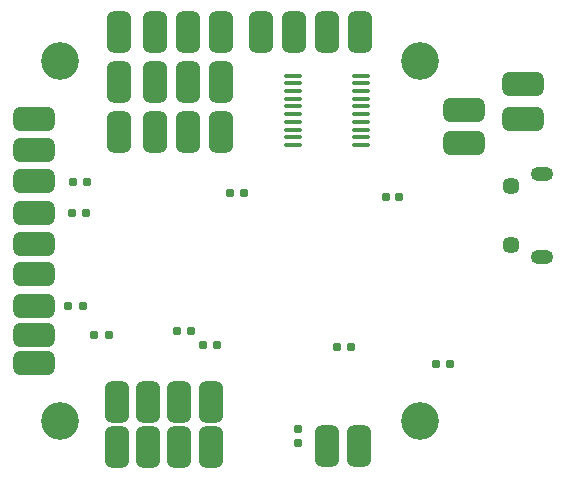
<source format=gbr>
%TF.GenerationSoftware,KiCad,Pcbnew,(6.0.1)*%
%TF.CreationDate,2022-08-29T10:58:40+03:00*%
%TF.ProjectId,flight controller,666c6967-6874-4206-936f-6e74726f6c6c,rev?*%
%TF.SameCoordinates,Original*%
%TF.FileFunction,Soldermask,Bot*%
%TF.FilePolarity,Negative*%
%FSLAX46Y46*%
G04 Gerber Fmt 4.6, Leading zero omitted, Abs format (unit mm)*
G04 Created by KiCad (PCBNEW (6.0.1)) date 2022-08-29 10:58:40*
%MOMM*%
%LPD*%
G01*
G04 APERTURE LIST*
G04 Aperture macros list*
%AMRoundRect*
0 Rectangle with rounded corners*
0 $1 Rounding radius*
0 $2 $3 $4 $5 $6 $7 $8 $9 X,Y pos of 4 corners*
0 Add a 4 corners polygon primitive as box body*
4,1,4,$2,$3,$4,$5,$6,$7,$8,$9,$2,$3,0*
0 Add four circle primitives for the rounded corners*
1,1,$1+$1,$2,$3*
1,1,$1+$1,$4,$5*
1,1,$1+$1,$6,$7*
1,1,$1+$1,$8,$9*
0 Add four rect primitives between the rounded corners*
20,1,$1+$1,$2,$3,$4,$5,0*
20,1,$1+$1,$4,$5,$6,$7,0*
20,1,$1+$1,$6,$7,$8,$9,0*
20,1,$1+$1,$8,$9,$2,$3,0*%
G04 Aperture macros list end*
%ADD10C,3.200000*%
%ADD11O,1.900000X1.200000*%
%ADD12C,1.450000*%
%ADD13RoundRect,0.500000X-0.500000X-1.250000X0.500000X-1.250000X0.500000X1.250000X-0.500000X1.250000X0*%
%ADD14RoundRect,0.160000X0.197500X0.160000X-0.197500X0.160000X-0.197500X-0.160000X0.197500X-0.160000X0*%
%ADD15RoundRect,0.500000X0.500000X1.250000X-0.500000X1.250000X-0.500000X-1.250000X0.500000X-1.250000X0*%
%ADD16RoundRect,0.160000X-0.197500X-0.160000X0.197500X-0.160000X0.197500X0.160000X-0.197500X0.160000X0*%
%ADD17RoundRect,0.500000X1.250000X-0.500000X1.250000X0.500000X-1.250000X0.500000X-1.250000X-0.500000X0*%
%ADD18RoundRect,0.155000X0.212500X0.155000X-0.212500X0.155000X-0.212500X-0.155000X0.212500X-0.155000X0*%
%ADD19RoundRect,0.100000X0.637500X0.100000X-0.637500X0.100000X-0.637500X-0.100000X0.637500X-0.100000X0*%
%ADD20RoundRect,0.500000X-1.250000X0.500000X-1.250000X-0.500000X1.250000X-0.500000X1.250000X0.500000X0*%
%ADD21RoundRect,0.160000X0.160000X-0.197500X0.160000X0.197500X-0.160000X0.197500X-0.160000X-0.197500X0*%
G04 APERTURE END LIST*
D10*
%TO.C,H3*%
X151000000Y-75300000D03*
%TD*%
%TO.C,H2*%
X120500000Y-105800000D03*
%TD*%
%TO.C,H4*%
X120500000Y-75300000D03*
%TD*%
D11*
%TO.C,J1*%
X161337500Y-91900000D03*
D12*
X158637500Y-85900000D03*
D11*
X161337500Y-84900000D03*
D12*
X158637500Y-90900000D03*
%TD*%
D10*
%TO.C,H1*%
X151000000Y-105800000D03*
%TD*%
D13*
%TO.C,Elv2*%
X133300000Y-108000000D03*
%TD*%
%TO.C,Panic*%
X145800000Y-107900000D03*
%TD*%
D14*
%TO.C,R3*%
X133800000Y-99400000D03*
X132605000Y-99400000D03*
%TD*%
D15*
%TO.C,Elv2*%
X134100000Y-72900000D03*
%TD*%
%TO.C,S4*%
X145900000Y-72900000D03*
%TD*%
D16*
%TO.C,R9*%
X121200000Y-96100000D03*
X122395000Y-96100000D03*
%TD*%
D17*
%TO.C,3.3V*%
X159700000Y-77300000D03*
%TD*%
D18*
%TO.C,C12*%
X149200000Y-86800000D03*
X148065000Y-86800000D03*
%TD*%
D15*
%TO.C,S1*%
X137500000Y-72900000D03*
%TD*%
D19*
%TO.C,U4*%
X145962500Y-76575000D03*
X145962500Y-77225000D03*
X145962500Y-77875000D03*
X145962500Y-78525000D03*
X145962500Y-79175000D03*
X145962500Y-79825000D03*
X145962500Y-80475000D03*
X145962500Y-81125000D03*
X145962500Y-81775000D03*
X145962500Y-82425000D03*
X140237500Y-82425000D03*
X140237500Y-81775000D03*
X140237500Y-81125000D03*
X140237500Y-80475000D03*
X140237500Y-79825000D03*
X140237500Y-79175000D03*
X140237500Y-78525000D03*
X140237500Y-77875000D03*
X140237500Y-77225000D03*
X140237500Y-76575000D03*
%TD*%
D15*
%TO.C, *%
X128500000Y-81300000D03*
%TD*%
%TO.C,AilR*%
X128500000Y-72900000D03*
%TD*%
D20*
%TO.C,SCL*%
X118300000Y-88200000D03*
%TD*%
D15*
%TO.C, *%
X133300000Y-104200000D03*
%TD*%
%TO.C,  *%
X125300000Y-104200000D03*
%TD*%
D14*
%TO.C,R6*%
X131600000Y-98200000D03*
X130405000Y-98200000D03*
%TD*%
D18*
%TO.C,C13*%
X145100000Y-99500000D03*
X143965000Y-99500000D03*
%TD*%
D17*
%TO.C,GND*%
X154700000Y-82300000D03*
%TD*%
D14*
%TO.C,R15*%
X136095000Y-86500000D03*
X134900000Y-86500000D03*
%TD*%
D15*
%TO.C,S2*%
X140300000Y-72900000D03*
%TD*%
D20*
%TO.C,Rx6*%
X118300000Y-90800000D03*
%TD*%
D15*
%TO.C, *%
X134100000Y-81300000D03*
%TD*%
%TO.C, *%
X131300000Y-77100000D03*
%TD*%
D13*
%TO.C,AilR*%
X127900000Y-108000000D03*
%TD*%
D15*
%TO.C, *%
X125500000Y-81300000D03*
%TD*%
D16*
%TO.C,R7*%
X152302500Y-101000000D03*
X153497500Y-101000000D03*
%TD*%
D17*
%TO.C,5V*%
X159700000Y-80200000D03*
%TD*%
%TO.C,GND*%
X154700000Y-79500000D03*
%TD*%
D13*
%TO.C,Elv1*%
X130600000Y-108000000D03*
%TD*%
D20*
%TO.C,Tx6*%
X118300000Y-93400000D03*
%TD*%
D15*
%TO.C, *%
X131300000Y-81300000D03*
%TD*%
D14*
%TO.C,R10*%
X124597500Y-98500000D03*
X123402500Y-98500000D03*
%TD*%
%TO.C,R12*%
X122697500Y-88200000D03*
X121502500Y-88200000D03*
%TD*%
D20*
%TO.C,Rx1*%
X118300000Y-98500000D03*
%TD*%
%TO.C,SDA*%
X118300000Y-85500000D03*
%TD*%
D21*
%TO.C,R13*%
X140600000Y-107700000D03*
X140600000Y-106505000D03*
%TD*%
D14*
%TO.C,R11*%
X122797500Y-85600000D03*
X121602500Y-85600000D03*
%TD*%
D15*
%TO.C,AilL*%
X125500000Y-72900000D03*
%TD*%
%TO.C, *%
X128500000Y-77100000D03*
%TD*%
D13*
%TO.C,Curr*%
X143100000Y-107900000D03*
%TD*%
%TO.C,AilL*%
X125300000Y-108000000D03*
%TD*%
D20*
%TO.C,Rx3*%
X118300000Y-82900000D03*
%TD*%
%TO.C,Tx3*%
X118300000Y-80200000D03*
%TD*%
%TO.C,Tx1*%
X118300000Y-100900000D03*
%TD*%
%TO.C,SBus*%
X118300000Y-96100000D03*
%TD*%
D15*
%TO.C, *%
X134100000Y-77100000D03*
%TD*%
%TO.C, *%
X127900000Y-104200000D03*
%TD*%
%TO.C,S3*%
X143100000Y-72900000D03*
%TD*%
%TO.C, *%
X125500000Y-77100000D03*
%TD*%
%TO.C,Elv1*%
X131300000Y-72900000D03*
%TD*%
%TO.C, *%
X130600000Y-104200000D03*
%TD*%
M02*

</source>
